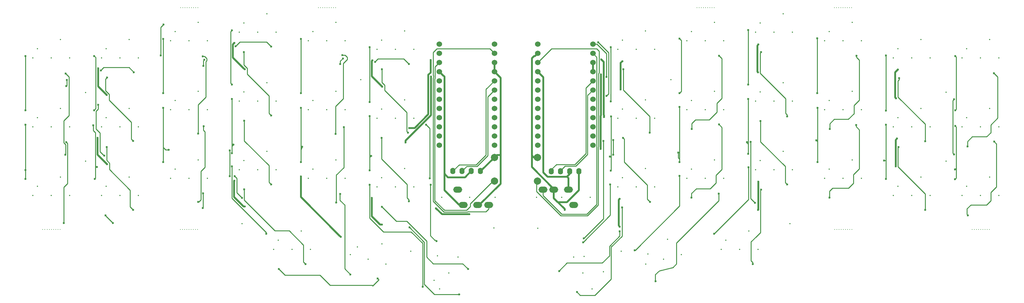
<source format=gbr>
G04 #@! TF.GenerationSoftware,KiCad,Pcbnew,5.1.5+dfsg1-2~bpo10+1*
G04 #@! TF.CreationDate,2020-09-05T17:28:50+00:00*
G04 #@! TF.ProjectId,corne-cherry,636f726e-652d-4636-9865-7272792e6b69,3.0*
G04 #@! TF.SameCoordinates,Original*
G04 #@! TF.FileFunction,Copper,L1,Top*
G04 #@! TF.FilePolarity,Positive*
%FSLAX46Y46*%
G04 Gerber Fmt 4.6, Leading zero omitted, Abs format (unit mm)*
G04 Created by KiCad (PCBNEW 5.1.5+dfsg1-2~bpo10+1) date 2020-09-05 17:28:50*
%MOMM*%
%LPD*%
G04 APERTURE LIST*
%ADD10O,2.500000X1.700000*%
%ADD11C,1.524000*%
%ADD12O,1.397000X1.778000*%
%ADD13C,2.000000*%
%ADD14C,0.600000*%
%ADD15C,0.250000*%
%ADD16C,0.508000*%
%ADD17C,0.500000*%
%ADD18C,0.254000*%
%ADD19C,0.350000*%
%ADD20C,0.299999*%
%ADD21O,1.500000X1.000000*%
G04 APERTURE END LIST*
D10*
X164337500Y-76370000D03*
X162837500Y-72170000D03*
X158837500Y-72170000D03*
X155837500Y-72170000D03*
X132334500Y-72192000D03*
X133834500Y-76392000D03*
X137834500Y-76392000D03*
X140834500Y-76392000D03*
D11*
X127203900Y-31942000D03*
X127203900Y-34482000D03*
X127203900Y-37022000D03*
X127203900Y-39562000D03*
X127203900Y-42102000D03*
X127203900Y-44642000D03*
X127203900Y-47182000D03*
X127203900Y-49722000D03*
X127203900Y-52262000D03*
X127203900Y-54802000D03*
X127203900Y-57342000D03*
X127203900Y-59882000D03*
X142423900Y-59882000D03*
X142423900Y-57342000D03*
X142423900Y-54802000D03*
X142423900Y-52262000D03*
X142423900Y-49722000D03*
X142423900Y-47182000D03*
X142423900Y-44642000D03*
X142423900Y-42102000D03*
X142423900Y-39562000D03*
X142423900Y-37022000D03*
X142423900Y-34482000D03*
X142423900Y-31942000D03*
X154378900Y-31912000D03*
X154378900Y-34452000D03*
X154378900Y-36992000D03*
X154378900Y-39532000D03*
X154378900Y-42072000D03*
X154378900Y-44612000D03*
X154378900Y-47152000D03*
X154378900Y-49692000D03*
X154378900Y-52232000D03*
X154378900Y-54772000D03*
X154378900Y-57312000D03*
X154378900Y-59852000D03*
X169598900Y-59852000D03*
X169598900Y-57312000D03*
X169598900Y-54772000D03*
X169598900Y-52232000D03*
X169598900Y-49692000D03*
X169598900Y-47152000D03*
X169598900Y-44612000D03*
X169598900Y-42072000D03*
X169598900Y-39532000D03*
X169598900Y-36992000D03*
X169598900Y-34452000D03*
X169598900Y-31912000D03*
D12*
X158164500Y-67045000D03*
X160704500Y-67045000D03*
X163244500Y-67045000D03*
X165784500Y-67045000D03*
X138568500Y-67028000D03*
X136028500Y-67028000D03*
X133488500Y-67028000D03*
X130948500Y-67028000D03*
D13*
X154304500Y-63272000D03*
X154304500Y-69772000D03*
X142424500Y-63281000D03*
X142424500Y-69781000D03*
D14*
X50307500Y-35105000D03*
X51107500Y-26505000D03*
X123607500Y-54205000D03*
X124607500Y-69005000D03*
X69382500Y-61305000D03*
X69382500Y-68405000D03*
X126493737Y-86382353D03*
X124807500Y-70805000D03*
X124807500Y-36305000D03*
X111507500Y-43705000D03*
X70632500Y-31605000D03*
X73507500Y-38905000D03*
X33032500Y-38605000D03*
X35407500Y-46005000D03*
X32932500Y-57805000D03*
X35507500Y-65105000D03*
X70632500Y-69705000D03*
X73507500Y-76804998D03*
X108632500Y-74405000D03*
X111407500Y-81805000D03*
X118907500Y-55105000D03*
X108792189Y-36393716D03*
X126297500Y-77305000D03*
X135547500Y-78960000D03*
X117907500Y-59105000D03*
X124957510Y-40905000D03*
X13007500Y-35205000D03*
X13007500Y-50205000D03*
X13007500Y-54205000D03*
X13007500Y-69205000D03*
X13007500Y-66705000D03*
X32007500Y-35205000D03*
X32107500Y-69205000D03*
X31707500Y-54405000D03*
X31964840Y-50194907D03*
X32749442Y-65846942D03*
X51007500Y-30505000D03*
X51007500Y-45505000D03*
X51007500Y-49505000D03*
X51007500Y-64505000D03*
X52577078Y-61174578D03*
X70007500Y-28105000D03*
X70007500Y-43105000D03*
X70007500Y-47105000D03*
X70007500Y-62105000D03*
X70407500Y-59705000D03*
X70007500Y-65705000D03*
X79507500Y-84305000D03*
X89007500Y-30505000D03*
X89007500Y-45505000D03*
X89007500Y-49505000D03*
X89007500Y-64505000D03*
X89407500Y-60305000D03*
X89007500Y-68505000D03*
X100007500Y-85205000D03*
X108007500Y-32805000D03*
X108007500Y-47905000D03*
X108007500Y-51805000D03*
X108007500Y-66805000D03*
X108407504Y-62805000D03*
X108007500Y-70805000D03*
X122607500Y-99005000D03*
X173357500Y-46265000D03*
X171063762Y-31389024D03*
X175232500Y-58415010D03*
X175232500Y-62500000D03*
X172537500Y-58715000D03*
X167110558Y-85628058D03*
X173357500Y-41015000D03*
X269607500Y-35205000D03*
X269507500Y-69305000D03*
X269617500Y-54555000D03*
X269592510Y-50205000D03*
X269547500Y-66550000D03*
X250507500Y-35105000D03*
X250507500Y-50305000D03*
X250507500Y-54205000D03*
X250507500Y-69205000D03*
X249997500Y-64100010D03*
X231507500Y-30305000D03*
X231507500Y-45505000D03*
X231607500Y-49505000D03*
X231607500Y-64505000D03*
X231234449Y-58513051D03*
X212507500Y-28005000D03*
X212507500Y-43105000D03*
X212507500Y-47105000D03*
X212507500Y-62205000D03*
X203087500Y-84335000D03*
X212557500Y-65985000D03*
X212107500Y-59020000D03*
X193507500Y-30405000D03*
X193507500Y-45505000D03*
X193507500Y-49305000D03*
X193507500Y-64505000D03*
X193517500Y-68325000D03*
X181187500Y-88895000D03*
X193137500Y-61875000D03*
X174507500Y-32805000D03*
X174507500Y-47805000D03*
X174607500Y-51905000D03*
X174507500Y-66905000D03*
X174417500Y-70675000D03*
X166887500Y-86675000D03*
X174297500Y-63015000D03*
X171857490Y-40305000D03*
X171787500Y-60895000D03*
X171934500Y-36205000D03*
X161807500Y-77705000D03*
X177037500Y-82385000D03*
X176987500Y-74685000D03*
X215257500Y-69915000D03*
X253577500Y-58005000D03*
X253757500Y-38945000D03*
X215297500Y-32055000D03*
X177777500Y-36645000D03*
X177253436Y-44469389D03*
X215217502Y-77775000D03*
X215152490Y-39708861D03*
X253314993Y-46956653D03*
X253172490Y-65734017D03*
X172707500Y-52045000D03*
X33107500Y-48705000D03*
X34727500Y-62720000D03*
X80807500Y-32605000D03*
X62107506Y-37954990D03*
X71007500Y-32505000D03*
X62387500Y-36246952D03*
X118807500Y-37405000D03*
X109507500Y-36805000D03*
X99882500Y-37455000D03*
X100597500Y-35880000D03*
X24107500Y-40105000D03*
X24007500Y-62505000D03*
X35507500Y-41205000D03*
X42707500Y-58705000D03*
X60707500Y-56655000D03*
X61907500Y-35305000D03*
X73307500Y-34105000D03*
X80807500Y-51705000D03*
X98607500Y-56755000D03*
X100443699Y-35003426D03*
X111407500Y-38905000D03*
X118607500Y-56405000D03*
X24307500Y-59005000D03*
X23607500Y-81405000D03*
X35407500Y-60405000D03*
X42707500Y-77705000D03*
X73407500Y-53105000D03*
X80807500Y-70705000D03*
X98807500Y-75705000D03*
X100857500Y-54905000D03*
X111307500Y-57805000D03*
X118807500Y-75405000D03*
X73407500Y-72105000D03*
X90307500Y-92705000D03*
X111407500Y-76905000D03*
X135200692Y-94111767D03*
X110207500Y-96705000D03*
X82907500Y-94105000D03*
X119007500Y-82605000D03*
X132707500Y-101105000D03*
X269282500Y-47215000D03*
X269261664Y-62382960D03*
X280317500Y-39965000D03*
X272977500Y-60175000D03*
X261307500Y-58745000D03*
X254167500Y-41355002D03*
X223232169Y-51890331D03*
X216047500Y-34105000D03*
X204437500Y-35185000D03*
X196907500Y-55365000D03*
X185337500Y-56385000D03*
X178037510Y-38905000D03*
X70707500Y-68405000D03*
X72757500Y-74440000D03*
X42907500Y-39705000D03*
X24402733Y-41829555D03*
X24307500Y-43505000D03*
X33807500Y-39205000D03*
X62232510Y-54605000D03*
X60677169Y-75535331D03*
X37107500Y-81355000D03*
X35107500Y-79305000D03*
X61907500Y-77205000D03*
X62032510Y-73205000D03*
X99907500Y-73305000D03*
X102707500Y-95605000D03*
X214327500Y-75765000D03*
X213147500Y-58980002D03*
X160337500Y-94635000D03*
X177042490Y-83655000D03*
X280367500Y-58895000D03*
X273117500Y-79255000D03*
X261327500Y-77755000D03*
X254007500Y-60425000D03*
X242277500Y-54295000D03*
X234907500Y-74355000D03*
X223267169Y-70725331D03*
X215897500Y-53155000D03*
X204397500Y-54145000D03*
X196857500Y-74365000D03*
X185367500Y-75525000D03*
X177937500Y-57865000D03*
X213767500Y-92735000D03*
X216007500Y-72135000D03*
X204327500Y-73235000D03*
X186947500Y-97485000D03*
X165207500Y-100455000D03*
X177707500Y-77035000D03*
X242337500Y-35145000D03*
X234977500Y-55355000D03*
D15*
X50307500Y-27305000D02*
X51107500Y-26505000D01*
X50307500Y-35105000D02*
X50307500Y-27305000D01*
X124607500Y-55205000D02*
X124607500Y-69005000D01*
X123607500Y-54205000D02*
X124607500Y-55205000D01*
X69382500Y-61305000D02*
X69382500Y-68405000D01*
X126193738Y-86082354D02*
X125984854Y-86082354D01*
X126493737Y-86382353D02*
X126193738Y-86082354D01*
X124782499Y-70830001D02*
X124807500Y-70805000D01*
X124782499Y-84879999D02*
X124782499Y-70830001D01*
X125984854Y-86082354D02*
X124782499Y-84879999D01*
D16*
X142423900Y-37022000D02*
X142423900Y-39562000D01*
X144134500Y-41272600D02*
X144134500Y-62571000D01*
X142423900Y-39562000D02*
X144134500Y-41272600D01*
X138677500Y-67028000D02*
X138568500Y-67028000D01*
X142424500Y-63281000D02*
X138677500Y-67028000D01*
X143134500Y-62571000D02*
X142424500Y-63281000D01*
X144134500Y-62571000D02*
X143134500Y-62571000D01*
X138302500Y-76392000D02*
X138568500Y-76658000D01*
X138256500Y-76392000D02*
X138302500Y-76392000D01*
X144134500Y-70514000D02*
X138256500Y-76392000D01*
X144134500Y-62571000D02*
X144134500Y-70514000D01*
D17*
X33032500Y-38605000D02*
X33032500Y-43630000D01*
X33032500Y-43630000D02*
X35407500Y-46005000D01*
X34007500Y-63605000D02*
X35507500Y-65105000D01*
X32932500Y-62530000D02*
X34007500Y-63605000D01*
X32932500Y-57805000D02*
X32932500Y-62530000D01*
X70607500Y-74205000D02*
X73207498Y-76804998D01*
X73207498Y-76804998D02*
X73507500Y-76804998D01*
X70607500Y-69730000D02*
X70607500Y-74205000D01*
X70632500Y-69705000D02*
X70607500Y-69730000D01*
X108632500Y-74405000D02*
X108632500Y-79530000D01*
X110907500Y-81805000D02*
X111407500Y-81805000D01*
X108632500Y-79530000D02*
X110907500Y-81805000D01*
X108603808Y-36582097D02*
X108792189Y-36393716D01*
X108603808Y-40801308D02*
X108603808Y-36582097D01*
X111507500Y-43705000D02*
X108603808Y-40801308D01*
X119331764Y-55105000D02*
X118907500Y-55105000D01*
X124807500Y-36305000D02*
X124807500Y-39805000D01*
X124207500Y-51305000D02*
X120407500Y-55105000D01*
X124207500Y-40405000D02*
X124207500Y-51305000D01*
X124807500Y-39805000D02*
X124207500Y-40405000D01*
X120407500Y-55105000D02*
X119331764Y-55105000D01*
X70257498Y-31980002D02*
X70257498Y-35654998D01*
X70257498Y-35654998D02*
X73207501Y-38605001D01*
X70632500Y-31605000D02*
X70257498Y-31980002D01*
X73207501Y-38605001D02*
X73507500Y-38905000D01*
X135123236Y-78960000D02*
X135547500Y-78960000D01*
X127952500Y-78960000D02*
X135123236Y-78960000D01*
X126297500Y-77305000D02*
X127952500Y-78960000D01*
X124907500Y-40955010D02*
X124957510Y-40905000D01*
X117907500Y-58605000D02*
X124907500Y-51605000D01*
X124907500Y-51605000D02*
X124907500Y-40955010D01*
X117907500Y-59105000D02*
X117907500Y-58605000D01*
D16*
X128627500Y-40937000D02*
X128627500Y-67737000D01*
X128419901Y-40778001D02*
X128468501Y-40778001D01*
X128468501Y-40778001D02*
X128627500Y-40937000D01*
X127203900Y-39562000D02*
X128419901Y-40778001D01*
X132682500Y-76392000D02*
X128627500Y-72337000D01*
X128627500Y-72337000D02*
X128627500Y-67737000D01*
X133834500Y-76392000D02*
X132682500Y-76392000D01*
X134326500Y-68730000D02*
X136028500Y-67028000D01*
X129620500Y-68730000D02*
X134326500Y-68730000D01*
X128627500Y-67737000D02*
X129620500Y-68730000D01*
D15*
X13007500Y-35205000D02*
X13007500Y-50205000D01*
X13007500Y-54205000D02*
X13007500Y-57305000D01*
X13007500Y-66705000D02*
X13007500Y-69205000D01*
X13007500Y-57305000D02*
X13007500Y-66705000D01*
X32307500Y-69005000D02*
X32107500Y-69205000D01*
X31707500Y-55805000D02*
X32307500Y-56405000D01*
X31707500Y-54405000D02*
X31707500Y-55805000D01*
X32264839Y-49894908D02*
X31964840Y-50194907D01*
X32007500Y-35205000D02*
X32407500Y-35605000D01*
X32407500Y-35605000D02*
X32407500Y-49752247D01*
X32407500Y-49752247D02*
X32264839Y-49894908D01*
X32307500Y-65864620D02*
X32307500Y-66205000D01*
X32325178Y-65846942D02*
X32307500Y-65864620D01*
X32749442Y-65846942D02*
X32325178Y-65846942D01*
X32307500Y-66205000D02*
X32307500Y-69005000D01*
X32307500Y-56405000D02*
X32307500Y-66205000D01*
X51007500Y-30505000D02*
X51007500Y-45505000D01*
X51007500Y-49505000D02*
X51007500Y-60505000D01*
X51007500Y-60505000D02*
X51007500Y-64505000D01*
X51007500Y-60505000D02*
X51677078Y-61174578D01*
X52152814Y-61174578D02*
X52577078Y-61174578D01*
X51677078Y-61174578D02*
X52152814Y-61174578D01*
X70107501Y-60004999D02*
X70407500Y-59705000D01*
X70007500Y-60005000D02*
X70107501Y-60004999D01*
X70007500Y-47105000D02*
X70007500Y-60005000D01*
X70007500Y-60005000D02*
X70007500Y-62105000D01*
X70007500Y-74505000D02*
X79507500Y-84005000D01*
X79507500Y-84005000D02*
X79507500Y-84305000D01*
X70007500Y-65705000D02*
X70007500Y-74505000D01*
X70007500Y-28105000D02*
X69682488Y-28430012D01*
X69682488Y-42779988D02*
X69707501Y-42805001D01*
X69682488Y-28430012D02*
X69682488Y-42779988D01*
X69707501Y-42805001D02*
X70007500Y-43105000D01*
X89007500Y-30505000D02*
X89007500Y-45505000D01*
X89007500Y-62305000D02*
X89007500Y-64505000D01*
X89007500Y-49505000D02*
X89007500Y-62305000D01*
X89007500Y-61105000D02*
X89007500Y-62305000D01*
X89407500Y-60305000D02*
X89007500Y-61105000D01*
D17*
X99707501Y-84905001D02*
X100007500Y-85205000D01*
X89007500Y-68505000D02*
X89007500Y-74205000D01*
X89007500Y-74205000D02*
X99707501Y-84905001D01*
D15*
X108007500Y-51805000D02*
X108007500Y-66805000D01*
D18*
X108107505Y-63104999D02*
X108407504Y-62805000D01*
X108007500Y-63105000D02*
X108107505Y-63104999D01*
D15*
X108007500Y-32805000D02*
X108007500Y-47480736D01*
X108007500Y-47480736D02*
X108007500Y-47905000D01*
X111807500Y-83805000D02*
X119407500Y-83805000D01*
X119407500Y-83805000D02*
X122607500Y-87005000D01*
X108007500Y-80005000D02*
X111807500Y-83805000D01*
X122607500Y-87005000D02*
X122607500Y-99005000D01*
X108007500Y-70805000D02*
X108007500Y-80005000D01*
D18*
X125534502Y-34193998D02*
X125534502Y-40554028D01*
X125534502Y-40554028D02*
X125584512Y-40604038D01*
X125534502Y-41255972D02*
X125534502Y-75370986D01*
X125534502Y-75370986D02*
X128463516Y-78300000D01*
X140834500Y-77496000D02*
X140834500Y-76392000D01*
X126514500Y-33214000D02*
X125534502Y-34193998D01*
X134969536Y-78300000D02*
X134986538Y-78282998D01*
X142423900Y-34482000D02*
X141155900Y-33214000D01*
X125584512Y-40604038D02*
X125584512Y-41205962D01*
X134986538Y-78282998D02*
X140047502Y-78282998D01*
X128463516Y-78300000D02*
X134969536Y-78300000D01*
X141155900Y-33214000D02*
X126514500Y-33214000D01*
X125584512Y-41205962D02*
X125534502Y-41255972D01*
X140047502Y-78282998D02*
X140834500Y-77496000D01*
X135807500Y-76040000D02*
X142066500Y-69781000D01*
X135807500Y-76819968D02*
X135807500Y-76040000D01*
X125988513Y-41444029D02*
X125988513Y-75182929D01*
X134787468Y-77840000D02*
X135807500Y-76819968D01*
X125988513Y-75182929D02*
X128645584Y-77840000D01*
X142066500Y-69781000D02*
X142424500Y-69781000D01*
X126038522Y-41394020D02*
X125988513Y-41444029D01*
X128645584Y-77840000D02*
X134787468Y-77840000D01*
X126038522Y-38187378D02*
X126038522Y-41394020D01*
X127203900Y-37022000D02*
X126038522Y-38187378D01*
X134186999Y-66329501D02*
X133488500Y-67028000D01*
X142423900Y-44642000D02*
X140558511Y-46507389D01*
X134808489Y-65708011D02*
X134186999Y-66329501D01*
X140558510Y-62742058D02*
X137592557Y-65708011D01*
X137592557Y-65708011D02*
X134808489Y-65708011D01*
X140558511Y-46507389D02*
X140558510Y-62742058D01*
X137404500Y-65254000D02*
X132704500Y-65254000D01*
X132704500Y-65254000D02*
X130948500Y-67010000D01*
X140104500Y-44421400D02*
X140104500Y-62554000D01*
X140104500Y-62554000D02*
X137404500Y-65254000D01*
X130948500Y-67010000D02*
X130948500Y-67028000D01*
X142423900Y-42102000D02*
X140104500Y-44421400D01*
D15*
X173982501Y-34307763D02*
X171063762Y-31389024D01*
X173982501Y-45639999D02*
X173982501Y-34307763D01*
X173357500Y-46265000D02*
X173982501Y-45639999D01*
X175232500Y-58415010D02*
X175232500Y-62500000D01*
X172537500Y-80201116D02*
X167110558Y-85628058D01*
X172537500Y-58715000D02*
X172537500Y-80201116D01*
D18*
X155837500Y-72170000D02*
X155837500Y-73170000D01*
X160968489Y-78890989D02*
X155837500Y-73760000D01*
X167954443Y-78890989D02*
X160968489Y-78890989D01*
X170646488Y-76198944D02*
X167954443Y-78890989D01*
X170646488Y-60155982D02*
X170646488Y-76198944D01*
X170687901Y-60114569D02*
X170646488Y-60155982D01*
X170687901Y-35537001D02*
X170687901Y-60114569D01*
X155837500Y-73760000D02*
X155837500Y-72170000D01*
X169603900Y-34453000D02*
X170687901Y-35537001D01*
X169603900Y-42073000D02*
X167674500Y-44002400D01*
X158039500Y-66680000D02*
X158039500Y-67015000D01*
X164648511Y-65170989D02*
X159548511Y-65170989D01*
X167674500Y-44002400D02*
X167674500Y-62145000D01*
X159548511Y-65170989D02*
X158039500Y-66680000D01*
X167674500Y-62145000D02*
X164648511Y-65170989D01*
X161969500Y-65625000D02*
X160579500Y-67015000D01*
X168128511Y-46088389D02*
X168128511Y-62390989D01*
X164894500Y-65625000D02*
X161969500Y-65625000D01*
X169603900Y-44613000D02*
X168128511Y-46088389D01*
X168128511Y-62390989D02*
X164894500Y-65625000D01*
D15*
X173357500Y-34547970D02*
X173357500Y-41015000D01*
X170721530Y-31912000D02*
X173357500Y-34547970D01*
X169643900Y-31912000D02*
X170721530Y-31912000D01*
D18*
X154057500Y-70019000D02*
X154304500Y-69772000D01*
X160772500Y-79345000D02*
X154057500Y-72630000D01*
X154057500Y-72630000D02*
X154057500Y-70019000D01*
X171100499Y-76387001D02*
X168142500Y-79345000D01*
X171141911Y-60302627D02*
X171100499Y-60344039D01*
X171100499Y-60344039D02*
X171100499Y-76387001D01*
X171141912Y-40092614D02*
X171141911Y-60302627D01*
X171307500Y-39927026D02*
X171141912Y-40092614D01*
X168142500Y-79345000D02*
X160772500Y-79345000D01*
X158201900Y-33175000D02*
X170634500Y-33175000D01*
X154383900Y-36993000D02*
X158201900Y-33175000D01*
X170634500Y-33175000D02*
X171307500Y-33848000D01*
X171307500Y-33848000D02*
X171307500Y-39927026D01*
D15*
X269907500Y-68905000D02*
X269507500Y-69305000D01*
X269897500Y-64485000D02*
X269907500Y-68905000D01*
X269897500Y-64485000D02*
X269917499Y-64465001D01*
X269917499Y-64465001D02*
X269917499Y-54854999D01*
X269917499Y-54854999D02*
X269617500Y-54555000D01*
X269607500Y-35205000D02*
X269907500Y-35505000D01*
X269907500Y-35505000D02*
X269907500Y-49890010D01*
X269907500Y-49890010D02*
X269892509Y-49905001D01*
X269892509Y-49905001D02*
X269592510Y-50205000D01*
X269899204Y-66198296D02*
X269547500Y-66550000D01*
X269899204Y-64486704D02*
X269899204Y-66198296D01*
X269897500Y-64485000D02*
X269899204Y-64486704D01*
X250507500Y-35105000D02*
X250507500Y-50305000D01*
X250507500Y-64185746D02*
X250421764Y-64100010D01*
X250507500Y-64335000D02*
X250507500Y-64185746D01*
X250421764Y-64100010D02*
X249997500Y-64100010D01*
X250507500Y-54205000D02*
X250507500Y-64335000D01*
X250507500Y-64335000D02*
X250507500Y-69205000D01*
X231507500Y-30305000D02*
X231507500Y-45505000D01*
X231607500Y-49505000D02*
X231607500Y-59795000D01*
X231607500Y-59795000D02*
X231607500Y-64505000D01*
X231607500Y-58886102D02*
X231534448Y-58813050D01*
X231607500Y-59795000D02*
X231607500Y-58886102D01*
X231534448Y-58813050D02*
X231234449Y-58513051D01*
X212507500Y-28005000D02*
X212507500Y-43105000D01*
X212507500Y-62005000D02*
X212507500Y-62205000D01*
X212557500Y-74865000D02*
X212557500Y-65985000D01*
X203087500Y-84335000D02*
X212557500Y-74865000D01*
X212507500Y-47105000D02*
X212507500Y-60295000D01*
X212507500Y-60295000D02*
X212507500Y-62005000D01*
X212107500Y-59240000D02*
X212107500Y-59020000D01*
X212507500Y-59640000D02*
X212107500Y-59240000D01*
X212507500Y-60295000D02*
X212507500Y-59640000D01*
X194007500Y-45005000D02*
X193507500Y-45505000D01*
X194007500Y-30905000D02*
X194007500Y-45005000D01*
X193507500Y-30405000D02*
X194007500Y-30905000D01*
X181287500Y-88895000D02*
X181187500Y-88895000D01*
X193517500Y-76665000D02*
X181287500Y-88895000D01*
X193517500Y-68325000D02*
X193517500Y-76665000D01*
X193507500Y-49305000D02*
X193507500Y-63715000D01*
X193507500Y-63715000D02*
X193507500Y-64505000D01*
X193137500Y-63345000D02*
X193137500Y-62299264D01*
X193507500Y-63715000D02*
X193137500Y-63345000D01*
X193137500Y-62299264D02*
X193137500Y-61875000D01*
X174507500Y-32805000D02*
X174507500Y-47805000D01*
X174607500Y-66805000D02*
X174507500Y-66905000D01*
X174417500Y-70675000D02*
X174417500Y-79205000D01*
X166947500Y-86675000D02*
X166887500Y-86675000D01*
X174417500Y-79205000D02*
X166947500Y-86675000D01*
X174607500Y-51905000D02*
X174607500Y-64475000D01*
X174607500Y-64475000D02*
X174607500Y-66805000D01*
X174607500Y-63295000D02*
X174327500Y-63015000D01*
X174327500Y-63015000D02*
X174297500Y-63015000D01*
X174607500Y-64475000D02*
X174607500Y-63295000D01*
D17*
X163214500Y-67015000D02*
X163119500Y-67015000D01*
X163244500Y-67045000D02*
X163214500Y-67015000D01*
X171857490Y-51685008D02*
X171787500Y-51754998D01*
X171787500Y-51754998D02*
X171787500Y-60470736D01*
X171857490Y-40305000D02*
X171857490Y-51685008D01*
X171787500Y-60470736D02*
X171787500Y-60895000D01*
X162469500Y-68600000D02*
X163244500Y-67825000D01*
X163244500Y-67825000D02*
X163244500Y-67045000D01*
X162837500Y-68968000D02*
X162837500Y-72170000D01*
X162469500Y-68600000D02*
X162837500Y-68968000D01*
X161534500Y-68600000D02*
X162469500Y-68600000D01*
X159047500Y-68610000D02*
X159057500Y-68600000D01*
X157097500Y-68610000D02*
X159047500Y-68610000D01*
X159057500Y-68600000D02*
X161534500Y-68600000D01*
X154383900Y-39533000D02*
X155917500Y-41066600D01*
X155917500Y-67430000D02*
X157097500Y-68610000D01*
X155917500Y-41066600D02*
X155917500Y-67430000D01*
D16*
X152784500Y-35845000D02*
X152784500Y-62752000D01*
X153414501Y-35214999D02*
X152784500Y-35845000D01*
X153621901Y-35214999D02*
X153414501Y-35214999D01*
X154383900Y-34453000D02*
X153621901Y-35214999D01*
D17*
X169603900Y-36993000D02*
X169603900Y-39533000D01*
X165689500Y-67045000D02*
X165784500Y-67045000D01*
X165659500Y-67015000D02*
X165689500Y-67045000D01*
D16*
X153304500Y-63272000D02*
X154304500Y-63272000D01*
X152784500Y-62752000D02*
X153304500Y-63272000D01*
X158837500Y-72170000D02*
X158837500Y-73170000D01*
X158837500Y-71948000D02*
X158837500Y-72170000D01*
X152784500Y-65895000D02*
X158837500Y-71948000D01*
X152784500Y-62752000D02*
X152784500Y-65895000D01*
D17*
X158837500Y-74520000D02*
X158837500Y-73170000D01*
X158837500Y-74538000D02*
X158837500Y-74520000D01*
X159924500Y-75625000D02*
X158837500Y-74538000D01*
X165784500Y-72295000D02*
X162454500Y-75625000D01*
X162454500Y-75625000D02*
X159924500Y-75625000D01*
X165784500Y-67045000D02*
X165784500Y-72295000D01*
X161807500Y-77508000D02*
X158837500Y-74538000D01*
X161807500Y-77705000D02*
X161807500Y-77508000D01*
X176737501Y-74934999D02*
X176987500Y-74685000D01*
X176737501Y-82085001D02*
X176737501Y-74934999D01*
X177037500Y-82385000D02*
X176737501Y-82085001D01*
X177287500Y-37135000D02*
X177287500Y-44435325D01*
X177777500Y-36645000D02*
X177287500Y-37135000D01*
X177287500Y-44435325D02*
X177253436Y-44469389D01*
X215257500Y-69915000D02*
X215257500Y-77735002D01*
X215257500Y-77735002D02*
X215217502Y-77775000D01*
X214997501Y-39553872D02*
X215152490Y-39708861D01*
X214997501Y-32354999D02*
X214997501Y-39553872D01*
X215297500Y-32055000D02*
X214997501Y-32354999D01*
X253757500Y-38945000D02*
X253014994Y-39687506D01*
X253014994Y-39687506D02*
X253014994Y-46656654D01*
X253014994Y-46656654D02*
X253314993Y-46956653D01*
X253172490Y-58410010D02*
X253172490Y-65309753D01*
X253172490Y-65309753D02*
X253172490Y-65734017D01*
X253577500Y-58005000D02*
X253172490Y-58410010D01*
X172707500Y-51620736D02*
X172707500Y-52045000D01*
X171934500Y-36205000D02*
X172607500Y-36878000D01*
X172607500Y-36878000D02*
X172607500Y-51520736D01*
X172607500Y-51520736D02*
X172707500Y-51620736D01*
D15*
X33577500Y-61660000D02*
X34637500Y-62720000D01*
X32507500Y-55405000D02*
X33577500Y-56475000D01*
X33107500Y-49905000D02*
X32507500Y-50505000D01*
X33577500Y-56475000D02*
X33577500Y-61660000D01*
X34637500Y-62720000D02*
X34727500Y-62720000D01*
X32507500Y-50505000D02*
X32507500Y-55405000D01*
X33107500Y-48705000D02*
X33107500Y-49905000D01*
X62107506Y-37954990D02*
X62107506Y-36526946D01*
X62107506Y-36526946D02*
X62387500Y-36246952D01*
X72202500Y-31310000D02*
X71307499Y-32205001D01*
X79512500Y-31310000D02*
X72202500Y-31310000D01*
X71307499Y-32205001D02*
X71007500Y-32505000D01*
X80807500Y-32605000D02*
X79512500Y-31310000D01*
X118807500Y-37405000D02*
X117407500Y-36005000D01*
X109807499Y-36505001D02*
X109507500Y-36805000D01*
X117407500Y-36005000D02*
X110307500Y-36005000D01*
X110307500Y-36005000D02*
X109807499Y-36505001D01*
X99882500Y-36595000D02*
X100597500Y-35880000D01*
X99882500Y-37455000D02*
X99882500Y-36595000D01*
X24107500Y-59705000D02*
X24107500Y-62405000D01*
X23607501Y-59205001D02*
X24107500Y-59705000D01*
X23607501Y-53104999D02*
X23607501Y-59205001D01*
X25027735Y-41025235D02*
X25027735Y-51684765D01*
X25027735Y-51684765D02*
X23607501Y-53104999D01*
X24107500Y-62405000D02*
X24007500Y-62505000D01*
X24107500Y-40105000D02*
X25027735Y-41025235D01*
X42207500Y-53510000D02*
X42207500Y-58205000D01*
X35507500Y-41205000D02*
X35107500Y-41605000D01*
X35107500Y-44790000D02*
X36117500Y-45800000D01*
X36117500Y-47420000D02*
X42207500Y-53510000D01*
X42207500Y-58205000D02*
X42707500Y-58705000D01*
X36117500Y-45800000D02*
X36117500Y-47420000D01*
X35107500Y-41605000D02*
X35107500Y-44790000D01*
X63042502Y-35889998D02*
X62457504Y-35305000D01*
X60707500Y-48705000D02*
X62807500Y-46605000D01*
X62807500Y-36775004D02*
X63042502Y-36540002D01*
X62331764Y-35305000D02*
X61907500Y-35305000D01*
X60707500Y-56655000D02*
X60707500Y-48705000D01*
X62457504Y-35305000D02*
X62331764Y-35305000D01*
X63042502Y-36540002D02*
X63042502Y-35889998D01*
X62807500Y-46605000D02*
X62807500Y-36775004D01*
X80207500Y-51105000D02*
X80807500Y-51705000D01*
X80207500Y-46220000D02*
X80207500Y-51105000D01*
X74187500Y-40200000D02*
X80207500Y-46220000D01*
X74187500Y-38610000D02*
X74187500Y-40200000D01*
X73307500Y-37730000D02*
X74187500Y-38610000D01*
X73307500Y-34105000D02*
X73307500Y-37730000D01*
X100707499Y-37265005D02*
X101812502Y-36160002D01*
X101255930Y-35003426D02*
X100867963Y-35003426D01*
X101812502Y-36160002D02*
X101812502Y-35559998D01*
X98607500Y-56755000D02*
X98607500Y-49105000D01*
X98607500Y-49105000D02*
X100707499Y-47005001D01*
X101812502Y-35559998D02*
X101255930Y-35003426D01*
X100707499Y-47005001D02*
X100707499Y-37265005D01*
X100867963Y-35003426D02*
X100443699Y-35003426D01*
X118282499Y-50854999D02*
X118282499Y-56079999D01*
X112147500Y-44720000D02*
X118282499Y-50854999D01*
X118282499Y-56079999D02*
X118607500Y-56405000D01*
X112147500Y-43270000D02*
X112147500Y-44720000D01*
X111407500Y-42530000D02*
X112147500Y-43270000D01*
X111407500Y-38905000D02*
X111407500Y-42530000D01*
X23607500Y-80980736D02*
X23607500Y-81405000D01*
X23607500Y-71505000D02*
X23607500Y-80980736D01*
X24632501Y-70479999D02*
X23607500Y-71505000D01*
X24307500Y-59005000D02*
X24632501Y-59330001D01*
X24632501Y-59330001D02*
X24632501Y-70479999D01*
X41907500Y-76905000D02*
X42707500Y-77705000D01*
X41907500Y-72305000D02*
X41907500Y-76905000D01*
X36187500Y-64830000D02*
X36187500Y-66585000D01*
X36187500Y-66585000D02*
X41907500Y-72305000D01*
X35407500Y-64050000D02*
X36187500Y-64830000D01*
X35407500Y-60405000D02*
X35407500Y-64050000D01*
X80207500Y-70105000D02*
X80807500Y-70705000D01*
X80207500Y-65505000D02*
X80207500Y-70105000D01*
X73407500Y-58705000D02*
X80207500Y-65505000D01*
X73407500Y-53105000D02*
X73407500Y-58705000D01*
X100857500Y-66055000D02*
X100857500Y-55329264D01*
X98807500Y-68105000D02*
X100857500Y-66055000D01*
X98807500Y-75705000D02*
X98807500Y-68105000D01*
X100857500Y-55329264D02*
X100857500Y-54905000D01*
X118807500Y-74980736D02*
X118807500Y-75405000D01*
X118307500Y-74480736D02*
X118807500Y-74980736D01*
X111307500Y-63705000D02*
X118307500Y-70705000D01*
X118307500Y-70705000D02*
X118307500Y-74480736D01*
X111307500Y-57805000D02*
X111307500Y-63705000D01*
X89707500Y-92105000D02*
X90307500Y-92705000D01*
X89707500Y-87440000D02*
X89707500Y-92105000D01*
X85777500Y-83510000D02*
X89707500Y-87440000D01*
X81867500Y-83510000D02*
X85777500Y-83510000D01*
X73407500Y-75050000D02*
X81867500Y-83510000D01*
X73407500Y-72105000D02*
X73407500Y-75050000D01*
X118207500Y-80905000D02*
X123707500Y-86405000D01*
X111407500Y-76905000D02*
X115407500Y-80905000D01*
X115407500Y-80905000D02*
X118207500Y-80905000D01*
X123707500Y-86405000D02*
X123707500Y-90805000D01*
X125507500Y-92605000D02*
X133693925Y-92605000D01*
X123707500Y-90805000D02*
X125507500Y-92605000D01*
X134900693Y-93811768D02*
X135200692Y-94111767D01*
X133693925Y-92605000D02*
X134900693Y-93811768D01*
X110207500Y-96705000D02*
X110507500Y-97005000D01*
X110507500Y-97005000D02*
X108807500Y-98705000D01*
X108807500Y-98705000D02*
X108707500Y-98605000D01*
X108707500Y-98605000D02*
X97107500Y-98605000D01*
X97107500Y-98605000D02*
X94307500Y-95805000D01*
X84607500Y-95805000D02*
X82907500Y-94105000D01*
X94307500Y-95805000D02*
X84607500Y-95805000D01*
X125907500Y-101105000D02*
X132707500Y-101105000D01*
X123107500Y-98305000D02*
X125907500Y-101105000D01*
X123107500Y-86705000D02*
X123107500Y-98305000D01*
X119007500Y-82605000D02*
X123107500Y-86705000D01*
X269282500Y-47215000D02*
X268961665Y-47535835D01*
X268961665Y-47535835D02*
X268961665Y-62082961D01*
X268961665Y-62082961D02*
X269261664Y-62382960D01*
X280317500Y-39965000D02*
X281337500Y-40985000D01*
X281337500Y-40985000D02*
X281337500Y-52375000D01*
X281337500Y-52375000D02*
X279447500Y-54265000D01*
X279447500Y-54265000D02*
X279447500Y-56385000D01*
X279447500Y-56385000D02*
X278307500Y-57525000D01*
X278307500Y-57525000D02*
X274297500Y-57525000D01*
X272977500Y-58845000D02*
X272977500Y-60175000D01*
X274297500Y-57525000D02*
X272977500Y-58845000D01*
X253817500Y-46585000D02*
X253817500Y-42129266D01*
X261307500Y-54075000D02*
X253817500Y-46585000D01*
X254167500Y-41779266D02*
X254167500Y-41355002D01*
X253817500Y-42129266D02*
X254167500Y-41779266D01*
X261307500Y-58745000D02*
X261307500Y-54075000D01*
X222827500Y-51061398D02*
X222827500Y-47035000D01*
X223232169Y-51890331D02*
X223232169Y-51466067D01*
X215777500Y-34375000D02*
X216047500Y-34105000D01*
X215777500Y-39985000D02*
X215777500Y-34375000D01*
X222827500Y-47035000D02*
X215777500Y-39985000D01*
X223232169Y-51466067D02*
X222827500Y-51061398D01*
X196907500Y-53865000D02*
X196907500Y-55365000D01*
X201757500Y-52855000D02*
X197917500Y-52855000D01*
X203857500Y-50755000D02*
X201757500Y-52855000D01*
X197917500Y-52855000D02*
X196907500Y-53865000D01*
X203857500Y-48255000D02*
X203857500Y-50755000D01*
X205157500Y-46955000D02*
X203857500Y-48255000D01*
X205157500Y-35905000D02*
X205157500Y-46955000D01*
X204437500Y-35185000D02*
X205157500Y-35905000D01*
X178037510Y-44595010D02*
X178037510Y-39329264D01*
X185337500Y-51895000D02*
X178037510Y-44595010D01*
X185337500Y-56385000D02*
X185337500Y-51895000D01*
X178037510Y-39329264D02*
X178037510Y-38905000D01*
X71307500Y-72990000D02*
X72757500Y-74440000D01*
X71307500Y-69005000D02*
X71307500Y-72990000D01*
X70707500Y-68405000D02*
X71307500Y-69005000D01*
X24402733Y-43409767D02*
X24307500Y-43505000D01*
X24402733Y-41829555D02*
X24402733Y-43409767D01*
X41607500Y-38405000D02*
X34607500Y-38405000D01*
X42907500Y-39705000D02*
X41607500Y-38405000D01*
X34107499Y-38905001D02*
X33807500Y-39205000D01*
X34607500Y-38405000D02*
X34107499Y-38905001D01*
X62532509Y-56130009D02*
X62107500Y-55705000D01*
X60807500Y-75505000D02*
X61407500Y-74905000D01*
X60677169Y-75535331D02*
X60707500Y-75505000D01*
X62532509Y-65979991D02*
X62532509Y-56130009D01*
X62107500Y-54730010D02*
X62232510Y-54605000D01*
X61407500Y-74905000D02*
X61407500Y-67105000D01*
X60707500Y-75505000D02*
X60807500Y-75505000D01*
X62107500Y-55705000D02*
X62107500Y-54730010D01*
X61407500Y-67105000D02*
X62532509Y-65979991D01*
X37107500Y-81355000D02*
X35207500Y-79455000D01*
X35207500Y-79405000D02*
X35107500Y-79305000D01*
X35207500Y-79455000D02*
X35207500Y-79405000D01*
X62007500Y-73230010D02*
X62032510Y-73205000D01*
X62007500Y-77105000D02*
X62007500Y-73230010D01*
X61907500Y-77205000D02*
X62007500Y-77105000D01*
X101107500Y-76405000D02*
X101107500Y-94005000D01*
X99807500Y-73405000D02*
X99807500Y-75105000D01*
X101107500Y-94005000D02*
X102707500Y-95605000D01*
X99807500Y-75105000D02*
X101107500Y-76405000D01*
X99907500Y-73305000D02*
X99807500Y-73405000D01*
X213187500Y-59444266D02*
X213147500Y-59404266D01*
X213187500Y-74625000D02*
X213187500Y-59444266D01*
X214327500Y-75765000D02*
X213187500Y-74625000D01*
X213147500Y-59404266D02*
X213147500Y-58980002D01*
X177042490Y-84920010D02*
X177042490Y-83655000D01*
X174187500Y-87775000D02*
X177042490Y-84920010D01*
X160337500Y-94635000D02*
X160337500Y-94550000D01*
X172167500Y-92430000D02*
X174187500Y-90410000D01*
X162457500Y-92430000D02*
X172167500Y-92430000D01*
X174187500Y-90410000D02*
X174187500Y-87775000D01*
X160337500Y-94550000D02*
X162457500Y-92430000D01*
X272887500Y-79025000D02*
X273117500Y-79255000D01*
X272887500Y-77370000D02*
X272887500Y-79025000D01*
X279467500Y-75185000D02*
X278302500Y-76350000D01*
X279467500Y-72895000D02*
X279467500Y-75185000D01*
X278302500Y-76350000D02*
X273907500Y-76350000D01*
X280979501Y-71382999D02*
X279467500Y-72895000D01*
X280979501Y-59507001D02*
X280979501Y-71382999D01*
X273907500Y-76350000D02*
X272887500Y-77370000D01*
X280367500Y-58895000D02*
X280979501Y-59507001D01*
X253797500Y-65845000D02*
X253797500Y-60635000D01*
X261327500Y-73375000D02*
X253797500Y-65845000D01*
X253797500Y-60635000D02*
X254007500Y-60425000D01*
X261327500Y-77755000D02*
X261327500Y-73375000D01*
X234887500Y-74335000D02*
X234907500Y-74355000D01*
X234887500Y-72615000D02*
X234887500Y-74335000D01*
X235767500Y-71735000D02*
X234887500Y-72615000D01*
X241527500Y-70385000D02*
X240177500Y-71735000D01*
X243167500Y-55609264D02*
X243167500Y-66375000D01*
X241527500Y-68015000D02*
X241527500Y-70385000D01*
X240177500Y-71735000D02*
X235767500Y-71735000D01*
X242277500Y-54719264D02*
X243167500Y-55609264D01*
X243167500Y-66375000D02*
X241527500Y-68015000D01*
X242277500Y-54295000D02*
X242277500Y-54719264D01*
X223267169Y-70725331D02*
X222707500Y-70165662D01*
X222707500Y-66227998D02*
X222687500Y-66207998D01*
X222707500Y-70165662D02*
X222707500Y-66227998D01*
X222687500Y-66207998D02*
X222687500Y-65755000D01*
X215897500Y-58965000D02*
X215897500Y-53155000D01*
X222687500Y-65755000D02*
X215897500Y-58965000D01*
X204397500Y-54145000D02*
X205227500Y-54975000D01*
X205227500Y-54975000D02*
X205227500Y-66575000D01*
X205227500Y-66575000D02*
X203587500Y-68215000D01*
X203587500Y-68215000D02*
X203587500Y-70315000D01*
X202007510Y-71894990D02*
X198157490Y-71894990D01*
X203587500Y-70315000D02*
X202007510Y-71894990D01*
X196857500Y-73194980D02*
X196857500Y-74365000D01*
X198157490Y-71894990D02*
X196857500Y-73194980D01*
X185367500Y-75525000D02*
X184617500Y-74775000D01*
X184617500Y-70887998D02*
X178234502Y-64505000D01*
X184617500Y-74775000D02*
X184617500Y-70887998D01*
X178234502Y-58162002D02*
X177937500Y-57865000D01*
X178234502Y-64505000D02*
X178234502Y-58162002D01*
X213247500Y-91790736D02*
X213247500Y-86575000D01*
X213767500Y-92310736D02*
X213247500Y-91790736D01*
X213767500Y-92735000D02*
X213767500Y-92310736D01*
X214737500Y-85085000D02*
X215842503Y-83979997D01*
X213247500Y-86575000D02*
X214737500Y-85085000D01*
X214737500Y-85085000D02*
X215237500Y-84585000D01*
X215842503Y-72299997D02*
X216007500Y-72135000D01*
X215842503Y-83979997D02*
X215842503Y-72299997D01*
X186837500Y-97375000D02*
X186947500Y-97485000D01*
X186837500Y-95620000D02*
X186837500Y-97375000D01*
X192667500Y-92650000D02*
X191694520Y-93622979D01*
X187551049Y-94906451D02*
X186837500Y-95620000D01*
X191694520Y-93622979D02*
X187950366Y-94626221D01*
X204327500Y-75190000D02*
X192667500Y-86850000D01*
X192667500Y-86850000D02*
X192667500Y-92650000D01*
X187697500Y-94790000D02*
X187551049Y-94906451D01*
X187901823Y-94710298D02*
X187697500Y-94790000D01*
X187950366Y-94626221D02*
X187901823Y-94710298D01*
X204327500Y-73235000D02*
X204327500Y-75190000D01*
X177667500Y-77075000D02*
X177707500Y-77035000D01*
X174667500Y-88015000D02*
X177667500Y-85015000D01*
X177667500Y-85015000D02*
X177667500Y-77075000D01*
X170167500Y-101360000D02*
X174667500Y-96860000D01*
X174667500Y-96860000D02*
X174667500Y-88015000D01*
X166112500Y-101360000D02*
X170167500Y-101360000D01*
X165207500Y-100455000D02*
X166112500Y-101360000D01*
X234977500Y-53950000D02*
X234977500Y-55355000D01*
X236212500Y-52715000D02*
X234977500Y-53950000D01*
X240087500Y-52715000D02*
X236212500Y-52715000D01*
X242337500Y-35569264D02*
X243087500Y-36319264D01*
X241677500Y-48835000D02*
X241677500Y-51125000D01*
X243087500Y-47425000D02*
X241677500Y-48835000D01*
X241677500Y-51125000D02*
X240087500Y-52715000D01*
X243087500Y-36319264D02*
X243087500Y-47425000D01*
X242337500Y-35145000D02*
X242337500Y-35569264D01*
D19*
X50307500Y-35105000D03*
X51107500Y-26505000D03*
X123607500Y-54205000D03*
X124607500Y-69005000D03*
X69382500Y-61305000D03*
X69382500Y-68405000D03*
X126493737Y-86382353D03*
X124807500Y-70805000D03*
X124807500Y-36305000D03*
X111507500Y-43705000D03*
X70632500Y-31605000D03*
X73507500Y-38905000D03*
X33032500Y-38605000D03*
X35407500Y-46005000D03*
X32932500Y-57805000D03*
X35507500Y-65105000D03*
X70632500Y-69705000D03*
X73507500Y-76804998D03*
X108632500Y-74405000D03*
X111407500Y-81805000D03*
X118907500Y-55105000D03*
X108792189Y-36393716D03*
X126297500Y-77305000D03*
X135547500Y-78960000D03*
X117907500Y-59105000D03*
X124957510Y-40905000D03*
X13007500Y-35205000D03*
X13007500Y-50205000D03*
X13007500Y-54205000D03*
X13007500Y-69205000D03*
X13007500Y-66705000D03*
X32007500Y-35205000D03*
X32107500Y-69205000D03*
X31707500Y-54405000D03*
X31964840Y-50194907D03*
X32749442Y-65846942D03*
X51007500Y-30505000D03*
X51007500Y-45505000D03*
X51007500Y-49505000D03*
X51007500Y-64505000D03*
X52577078Y-61174578D03*
X70007500Y-28105000D03*
X70007500Y-43105000D03*
X70007500Y-47105000D03*
X70007500Y-62105000D03*
X70407500Y-59705000D03*
X70007500Y-65705000D03*
X79507500Y-84305000D03*
X89007500Y-30505000D03*
X89007500Y-45505000D03*
X89007500Y-49505000D03*
X89007500Y-64505000D03*
X89407500Y-60305000D03*
X89007500Y-68505000D03*
X100007500Y-85205000D03*
X108007500Y-32805000D03*
X108007500Y-47905000D03*
X108007500Y-51805000D03*
X108007500Y-66805000D03*
X108407504Y-62805000D03*
X108007500Y-70805000D03*
X122607500Y-99005000D03*
X173357500Y-46265000D03*
X171063762Y-31389024D03*
X175232500Y-58415010D03*
X175232500Y-62500000D03*
X172537500Y-58715000D03*
X167110558Y-85628058D03*
X173357500Y-41015000D03*
X269607500Y-35205000D03*
X269507500Y-69305000D03*
X269617500Y-54555000D03*
X269592510Y-50205000D03*
X269547500Y-66550000D03*
X250507500Y-35105000D03*
X250507500Y-50305000D03*
X250507500Y-54205000D03*
X250507500Y-69205000D03*
X249997500Y-64100010D03*
X231507500Y-30305000D03*
X231507500Y-45505000D03*
X231607500Y-49505000D03*
X231607500Y-64505000D03*
X231234449Y-58513051D03*
X212507500Y-28005000D03*
X212507500Y-43105000D03*
X212507500Y-47105000D03*
X212507500Y-62205000D03*
X203087500Y-84335000D03*
X212557500Y-65985000D03*
X212107500Y-59020000D03*
X193507500Y-30405000D03*
X193507500Y-45505000D03*
X193507500Y-49305000D03*
X193507500Y-64505000D03*
X193517500Y-68325000D03*
X181187500Y-88895000D03*
X193137500Y-61875000D03*
X174507500Y-32805000D03*
X174507500Y-47805000D03*
X174607500Y-51905000D03*
X174507500Y-66905000D03*
X174417500Y-70675000D03*
X166887500Y-86675000D03*
X174297500Y-63015000D03*
X171857490Y-40305000D03*
X171787500Y-60895000D03*
X171934500Y-36205000D03*
X161807500Y-77705000D03*
X177037500Y-82385000D03*
X176987500Y-74685000D03*
X215257500Y-69915000D03*
X253577500Y-58005000D03*
X253757500Y-38945000D03*
X215297500Y-32055000D03*
X177777500Y-36645000D03*
X177253436Y-44469389D03*
X215217502Y-77775000D03*
X215152490Y-39708861D03*
X253314993Y-46956653D03*
X253172490Y-65734017D03*
X172707500Y-52045000D03*
X33107500Y-48705000D03*
X34727500Y-62720000D03*
X80807500Y-32605000D03*
X62107506Y-37954990D03*
X71007500Y-32505000D03*
X62387500Y-36246952D03*
X118807500Y-37405000D03*
X109507500Y-36805000D03*
X99882500Y-37455000D03*
X100597500Y-35880000D03*
X24107500Y-40105000D03*
X24007500Y-62505000D03*
X35507500Y-41205000D03*
X42707500Y-58705000D03*
X60707500Y-56655000D03*
X61907500Y-35305000D03*
X73307500Y-34105000D03*
X80807500Y-51705000D03*
X98607500Y-56755000D03*
X100443699Y-35003426D03*
X111407500Y-38905000D03*
X118607500Y-56405000D03*
X24307500Y-59005000D03*
X23607500Y-81405000D03*
X35407500Y-60405000D03*
X42707500Y-77705000D03*
X73407500Y-53105000D03*
X80807500Y-70705000D03*
X98807500Y-75705000D03*
X100857500Y-54905000D03*
X111307500Y-57805000D03*
X118807500Y-75405000D03*
X73407500Y-72105000D03*
X90307500Y-92705000D03*
X111407500Y-76905000D03*
X135200692Y-94111767D03*
X110207500Y-96705000D03*
X82907500Y-94105000D03*
X119007500Y-82605000D03*
X132707500Y-101105000D03*
X269282500Y-47215000D03*
X269261664Y-62382960D03*
X280317500Y-39965000D03*
X272977500Y-60175000D03*
X261307500Y-58745000D03*
X254167500Y-41355002D03*
X223232169Y-51890331D03*
X216047500Y-34105000D03*
X204437500Y-35185000D03*
X196907500Y-55365000D03*
X185337500Y-56385000D03*
X178037510Y-38905000D03*
X70707500Y-68405000D03*
X72757500Y-74440000D03*
X42907500Y-39705000D03*
X24402733Y-41829555D03*
X24307500Y-43505000D03*
X33807500Y-39205000D03*
X62232510Y-54605000D03*
X60677169Y-75535331D03*
X37107500Y-81355000D03*
X35107500Y-79305000D03*
X61907500Y-77205000D03*
X62032510Y-73205000D03*
X99907500Y-73305000D03*
X102707500Y-95605000D03*
X214327500Y-75765000D03*
X213147500Y-58980002D03*
X160337500Y-94635000D03*
X177042490Y-83655000D03*
X280367500Y-58895000D03*
X273117500Y-79255000D03*
X261327500Y-77755000D03*
X254007500Y-60425000D03*
X242277500Y-54295000D03*
X234907500Y-74355000D03*
X223267169Y-70725331D03*
X215897500Y-53155000D03*
X204397500Y-54145000D03*
X196857500Y-74365000D03*
X185367500Y-75525000D03*
X177937500Y-57865000D03*
X213767500Y-92735000D03*
X216007500Y-72135000D03*
X204327500Y-73235000D03*
X186947500Y-97485000D03*
X165207500Y-100455000D03*
X177707500Y-77035000D03*
X242337500Y-35145000D03*
X234977500Y-55355000D03*
X117647500Y-28325000D03*
X111297500Y-30865000D03*
X110027500Y-33405000D03*
X120187500Y-33405000D03*
X115107500Y-33405000D03*
X184154500Y-47320000D03*
X177804500Y-49860000D03*
X176534500Y-52400000D03*
X186694500Y-52400000D03*
X181614500Y-52400000D03*
X184154500Y-66320000D03*
X177804500Y-68860000D03*
X176534500Y-71400000D03*
X186694500Y-71400000D03*
X181614500Y-71400000D03*
X22647500Y-68700000D03*
X16297500Y-71240000D03*
X15027500Y-73780000D03*
X25187500Y-73780000D03*
X20107500Y-73780000D03*
X260154500Y-68695000D03*
X253804500Y-71235000D03*
X252534500Y-73775000D03*
X262694500Y-73775000D03*
X257614500Y-73775000D03*
X222154500Y-61570000D03*
X215804500Y-64110000D03*
X214534500Y-66650000D03*
X224694500Y-66650000D03*
X219614500Y-66650000D03*
X41647500Y-68700000D03*
X35297500Y-71240000D03*
X34027500Y-73780000D03*
X44187500Y-73780000D03*
X39107500Y-73780000D03*
X22647500Y-49700000D03*
X16297500Y-52240000D03*
X15027500Y-54780000D03*
X25187500Y-54780000D03*
X20107500Y-54780000D03*
X41647500Y-49700000D03*
X35297500Y-52240000D03*
X34027500Y-54780000D03*
X44187500Y-54780000D03*
X39107500Y-54780000D03*
X22647500Y-30700000D03*
X16297500Y-33240000D03*
X15027500Y-35780000D03*
X25187500Y-35780000D03*
X20107500Y-35780000D03*
X41647500Y-30700000D03*
X35297500Y-33240000D03*
X34027500Y-35780000D03*
X44187500Y-35780000D03*
X39107500Y-35780000D03*
X60647500Y-25950000D03*
X54297500Y-28490000D03*
X53027500Y-31030000D03*
X63187500Y-31030000D03*
X58107500Y-31030000D03*
X79647500Y-23575000D03*
X73297500Y-26115000D03*
X72027500Y-28655000D03*
X82187500Y-28655000D03*
X77107500Y-28655000D03*
X98647500Y-25950000D03*
X92297500Y-28490000D03*
X91027500Y-31030000D03*
X101187500Y-31030000D03*
X96107500Y-31030000D03*
X60647500Y-44950000D03*
X54297500Y-47490000D03*
X53027500Y-50030000D03*
X63187500Y-50030000D03*
X58107500Y-50030000D03*
X79647500Y-42575000D03*
X73297500Y-45115000D03*
X72027500Y-47655000D03*
X82187500Y-47655000D03*
X77107500Y-47655000D03*
X98647500Y-44950000D03*
X92297500Y-47490000D03*
X91027500Y-50030000D03*
X101187500Y-50030000D03*
X96107500Y-50030000D03*
X117647500Y-47325000D03*
X111297500Y-49865000D03*
X110027500Y-52405000D03*
X120187500Y-52405000D03*
X115107500Y-52405000D03*
X60647500Y-63950000D03*
X54297500Y-66490000D03*
X53027500Y-69030000D03*
X63187500Y-69030000D03*
X58107500Y-69030000D03*
X79647500Y-61575000D03*
X73297500Y-64115000D03*
X72027500Y-66655000D03*
X82187500Y-66655000D03*
X77107500Y-66655000D03*
X98647500Y-63950000D03*
X92297500Y-66490000D03*
X91027500Y-69030000D03*
X101187500Y-69030000D03*
X96107500Y-69030000D03*
X117647500Y-66325000D03*
X111297500Y-68865000D03*
X110027500Y-71405000D03*
X120187500Y-71405000D03*
X115107500Y-71405000D03*
X89147500Y-83575000D03*
X82797500Y-86115000D03*
X81527500Y-88655000D03*
X91687500Y-88655000D03*
X86607500Y-88655000D03*
X111375752Y-87155497D03*
X104584723Y-87965448D03*
X102700597Y-90090199D03*
X112514403Y-92719801D03*
X107607500Y-91405000D03*
X279154500Y-30695000D03*
X272804500Y-33235000D03*
X271534500Y-35775000D03*
X281694500Y-35775000D03*
X276614500Y-35775000D03*
X260154500Y-30695000D03*
X253804500Y-33235000D03*
X252534500Y-35775000D03*
X262694500Y-35775000D03*
X257614500Y-35775000D03*
X241154500Y-25945000D03*
X234804500Y-28485000D03*
X233534500Y-31025000D03*
X243694500Y-31025000D03*
X238614500Y-31025000D03*
X222154500Y-23570000D03*
X215804500Y-26110000D03*
X214534500Y-28650000D03*
X224694500Y-28650000D03*
X219614500Y-28650000D03*
X203154500Y-25945000D03*
X196804500Y-28485000D03*
X195534500Y-31025000D03*
X205694500Y-31025000D03*
X200614500Y-31025000D03*
X184147500Y-28325000D03*
X177797500Y-30865000D03*
X176527500Y-33405000D03*
X186687500Y-33405000D03*
X181607500Y-33405000D03*
X279154500Y-49695000D03*
X272804500Y-52235000D03*
X271534500Y-54775000D03*
X281694500Y-54775000D03*
X276614500Y-54775000D03*
X260154500Y-49695000D03*
X253804500Y-52235000D03*
X252534500Y-54775000D03*
X262694500Y-54775000D03*
X257614500Y-54775000D03*
X241154500Y-44945000D03*
X234804500Y-47485000D03*
X233534500Y-50025000D03*
X243694500Y-50025000D03*
X238614500Y-50025000D03*
X222154500Y-42570000D03*
X215804500Y-45110000D03*
X214534500Y-47650000D03*
X224694500Y-47650000D03*
X219614500Y-47650000D03*
X203154500Y-44945000D03*
X196804500Y-47485000D03*
X195534500Y-50025000D03*
X205694500Y-50025000D03*
X200614500Y-50025000D03*
X279154500Y-68695000D03*
X272804500Y-71235000D03*
X271534500Y-73775000D03*
X281694500Y-73775000D03*
X276614500Y-73775000D03*
X241154500Y-63945000D03*
X234804500Y-66485000D03*
X233534500Y-69025000D03*
X243694500Y-69025000D03*
X238614500Y-69025000D03*
X203154500Y-63945000D03*
X196804500Y-66485000D03*
X195534500Y-69025000D03*
X205694500Y-69025000D03*
X200614500Y-69025000D03*
X212654500Y-83570000D03*
X206304500Y-86110000D03*
X205034500Y-88650000D03*
X215194500Y-88650000D03*
X210114500Y-88650000D03*
X190253151Y-85835696D03*
X184776922Y-89932649D03*
X184207597Y-92714801D03*
X194021403Y-90085199D03*
X189114500Y-91400000D03*
D20*
X238649500Y-21870000D03*
X238055750Y-21870000D03*
X237462000Y-21870000D03*
X236868250Y-21870000D03*
X236274500Y-21870000D03*
X240430750Y-21870000D03*
X239243250Y-21870000D03*
X241024500Y-21870000D03*
X239837000Y-21870000D03*
X200737500Y-21885000D03*
X200143750Y-21885000D03*
X199550000Y-21885000D03*
X198956250Y-21885000D03*
X198362500Y-21885000D03*
X202518750Y-21885000D03*
X201331250Y-21885000D03*
X203112500Y-21885000D03*
X201925000Y-21885000D03*
X238741500Y-83193000D03*
X238147750Y-83193000D03*
X237554000Y-83193000D03*
X236960250Y-83193000D03*
X236366500Y-83193000D03*
X240522750Y-83193000D03*
X239335250Y-83193000D03*
X241116500Y-83193000D03*
X239929000Y-83193000D03*
X276655500Y-83183000D03*
X276061750Y-83183000D03*
X275468000Y-83183000D03*
X274874250Y-83183000D03*
X274280500Y-83183000D03*
X278436750Y-83183000D03*
X277249250Y-83183000D03*
X279030500Y-83183000D03*
X277843000Y-83183000D03*
X56936000Y-83178000D03*
X55748500Y-83178000D03*
X57529750Y-83178000D03*
X56342250Y-83178000D03*
X60498500Y-83178000D03*
X59904750Y-83178000D03*
X59311000Y-83178000D03*
X58717250Y-83178000D03*
X58123500Y-83178000D03*
X18975000Y-83176000D03*
X17787500Y-83176000D03*
X19568750Y-83176000D03*
X18381250Y-83176000D03*
X22537500Y-83176000D03*
X21943750Y-83176000D03*
X21350000Y-83176000D03*
X20756250Y-83176000D03*
X20162500Y-83176000D03*
X95020000Y-21873000D03*
X93832500Y-21873000D03*
X95613750Y-21873000D03*
X94426250Y-21873000D03*
X98582500Y-21873000D03*
X97988750Y-21873000D03*
X97395000Y-21873000D03*
X96801250Y-21873000D03*
X96207500Y-21873000D03*
X57049250Y-21869000D03*
X55861750Y-21869000D03*
X57643000Y-21869000D03*
X56455500Y-21869000D03*
X60611750Y-21869000D03*
X60018000Y-21869000D03*
X59424250Y-21869000D03*
X58830500Y-21869000D03*
X58236750Y-21869000D03*
D21*
X164337500Y-76370000D03*
X162837500Y-72170000D03*
X158837500Y-72170000D03*
X155837500Y-72170000D03*
D19*
X161037500Y-74270000D03*
X154037500Y-74270000D03*
D21*
X132334500Y-72192000D03*
X133834500Y-76392000D03*
X137834500Y-76392000D03*
X140834500Y-76392000D03*
D19*
X135634500Y-74292000D03*
X142634500Y-74292000D03*
X127203900Y-31942000D03*
X127203900Y-34482000D03*
X127203900Y-37022000D03*
X127203900Y-39562000D03*
X127203900Y-42102000D03*
X127203900Y-44642000D03*
X127203900Y-47182000D03*
X127203900Y-49722000D03*
X127203900Y-52262000D03*
X127203900Y-54802000D03*
X127203900Y-57342000D03*
X127203900Y-59882000D03*
X142423900Y-59882000D03*
X142423900Y-57342000D03*
X142423900Y-54802000D03*
X142423900Y-52262000D03*
X142423900Y-49722000D03*
X142423900Y-47182000D03*
X142423900Y-44642000D03*
X142423900Y-42102000D03*
X142423900Y-39562000D03*
X142423900Y-37022000D03*
X142423900Y-34482000D03*
X142423900Y-31942000D03*
X154378900Y-31912000D03*
X154378900Y-34452000D03*
X154378900Y-36992000D03*
X154378900Y-39532000D03*
X154378900Y-42072000D03*
X154378900Y-44612000D03*
X154378900Y-47152000D03*
X154378900Y-49692000D03*
X154378900Y-52232000D03*
X154378900Y-54772000D03*
X154378900Y-57312000D03*
X154378900Y-59852000D03*
X169598900Y-59852000D03*
X169598900Y-57312000D03*
X169598900Y-54772000D03*
X169598900Y-52232000D03*
X169598900Y-49692000D03*
X169598900Y-47152000D03*
X169598900Y-44612000D03*
X169598900Y-42072000D03*
X169598900Y-39532000D03*
X169598900Y-36992000D03*
X169598900Y-34452000D03*
X169598900Y-31912000D03*
X168850500Y-74264000D03*
X267099500Y-64265500D03*
X191144500Y-41775500D03*
X267099500Y-45265500D03*
X223955500Y-81530500D03*
X154418500Y-82785000D03*
X177389500Y-89145000D03*
X142301500Y-82775000D03*
X127869500Y-74254000D03*
X119330500Y-89135000D03*
X72764500Y-81520500D03*
X105575500Y-41765500D03*
X29607500Y-64280000D03*
X29607500Y-45280000D03*
X158164500Y-67045000D03*
X160704500Y-67045000D03*
X163244500Y-67045000D03*
X165784500Y-67045000D03*
X138568500Y-67028000D03*
X136028500Y-67028000D03*
X133488500Y-67028000D03*
X130948500Y-67028000D03*
X154304500Y-63272000D03*
X154304500Y-69772000D03*
X142424500Y-63281000D03*
X142424500Y-69781000D03*
X126728091Y-90415295D03*
X125752795Y-97184557D03*
X127317500Y-99554409D03*
X132397500Y-90755591D03*
X129857500Y-95155000D03*
X172533909Y-94809705D03*
X167159205Y-90580443D03*
X164324500Y-90750591D03*
X169404500Y-99549409D03*
X166864500Y-95150000D03*
M02*

</source>
